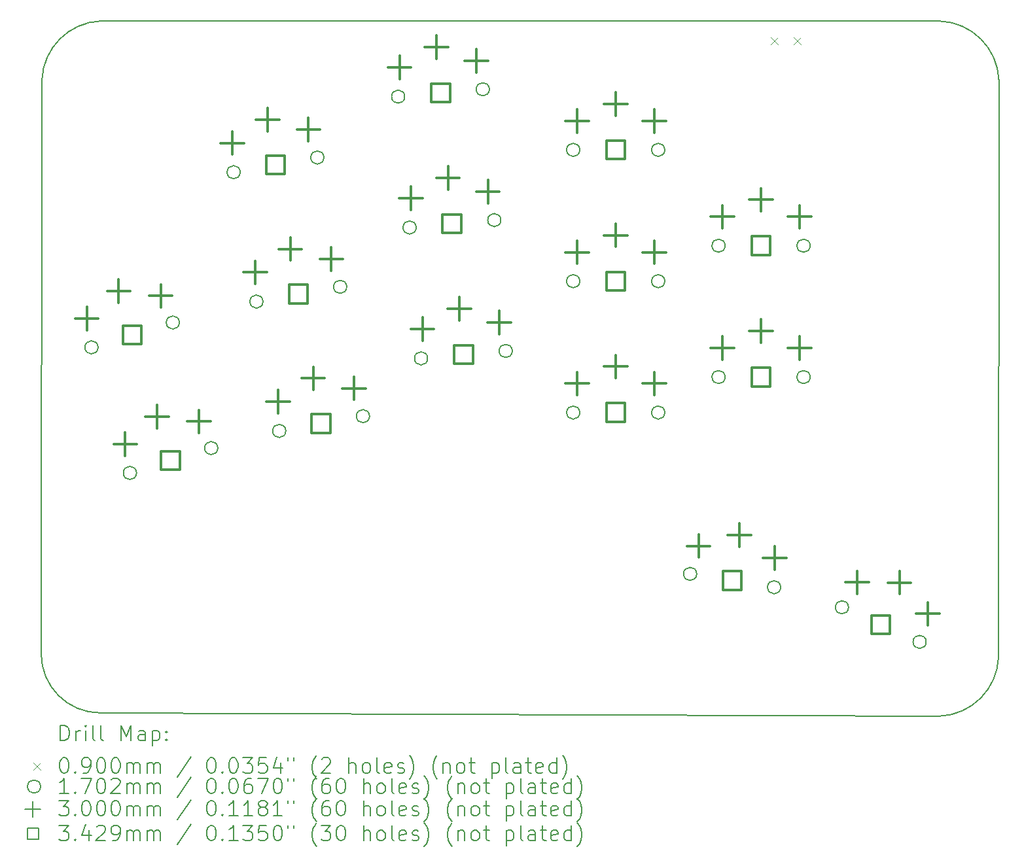
<source format=gbr>
%FSLAX45Y45*%
G04 Gerber Fmt 4.5, Leading zero omitted, Abs format (unit mm)*
G04 Created by KiCad (PCBNEW (6.0.4)) date 2022-05-21 01:48:03*
%MOMM*%
%LPD*%
G01*
G04 APERTURE LIST*
%TA.AperFunction,Profile*%
%ADD10C,0.150000*%
%TD*%
%ADD11C,0.200000*%
%ADD12C,0.090000*%
%ADD13C,0.170180*%
%ADD14C,0.300000*%
%ADD15C,0.342900*%
G04 APERTURE END LIST*
D10*
X15737327Y12334998D02*
X4877933Y12336481D01*
X15733479Y3338932D02*
G75*
G03*
X16494826Y4100933I-32949J794268D01*
G01*
X4116586Y11574481D02*
X4107104Y4142825D01*
X4107104Y4142825D02*
G75*
G03*
X4869104Y3380825I764981J2981D01*
G01*
X16494826Y4100933D02*
X16499327Y11573651D01*
X15733479Y3338933D02*
X4869104Y3380825D01*
X16499330Y11573651D02*
G75*
G03*
X15737327Y12334998I-794270J-32951D01*
G01*
X4877933Y12336481D02*
G75*
G03*
X4116586Y11574481I32951J-794270D01*
G01*
D11*
D12*
X13546979Y12125325D02*
X13636979Y12035325D01*
X13636979Y12125325D02*
X13546979Y12035325D01*
X13846979Y12125325D02*
X13936979Y12035325D01*
X13936979Y12125325D02*
X13846979Y12035325D01*
D13*
X4843348Y8112192D02*
G75*
G03*
X4843348Y8112192I-85090J0D01*
G01*
X4843348Y8112192D02*
G75*
G03*
X4843348Y8112192I-85090J0D01*
G01*
X5340380Y6486474D02*
G75*
G03*
X5340380Y6486474I-85090J0D01*
G01*
X5340380Y6486474D02*
G75*
G03*
X5340380Y6486474I-85090J0D01*
G01*
X5895283Y8433801D02*
G75*
G03*
X5895283Y8433801I-85090J0D01*
G01*
X5895283Y8433801D02*
G75*
G03*
X5895283Y8433801I-85090J0D01*
G01*
X6392315Y6808083D02*
G75*
G03*
X6392315Y6808083I-85090J0D01*
G01*
X6392315Y6808083D02*
G75*
G03*
X6392315Y6808083I-85090J0D01*
G01*
X6682157Y10379000D02*
G75*
G03*
X6682157Y10379000I-85090J0D01*
G01*
X6682157Y10379000D02*
G75*
G03*
X6682157Y10379000I-85090J0D01*
G01*
X6977359Y8704827D02*
G75*
G03*
X6977359Y8704827I-85090J0D01*
G01*
X6977359Y8704827D02*
G75*
G03*
X6977359Y8704827I-85090J0D01*
G01*
X7272560Y7030654D02*
G75*
G03*
X7272560Y7030654I-85090J0D01*
G01*
X7272560Y7030654D02*
G75*
G03*
X7272560Y7030654I-85090J0D01*
G01*
X7765445Y10570013D02*
G75*
G03*
X7765445Y10570013I-85090J0D01*
G01*
X7765445Y10570013D02*
G75*
G03*
X7765445Y10570013I-85090J0D01*
G01*
X8060647Y8895840D02*
G75*
G03*
X8060647Y8895840I-85090J0D01*
G01*
X8060647Y8895840D02*
G75*
G03*
X8060647Y8895840I-85090J0D01*
G01*
X8355849Y7221667D02*
G75*
G03*
X8355849Y7221667I-85090J0D01*
G01*
X8355849Y7221667D02*
G75*
G03*
X8355849Y7221667I-85090J0D01*
G01*
X8811183Y11357012D02*
G75*
G03*
X8811183Y11357012I-85090J0D01*
G01*
X8811183Y11357012D02*
G75*
G03*
X8811183Y11357012I-85090J0D01*
G01*
X8959347Y9663481D02*
G75*
G03*
X8959347Y9663481I-85090J0D01*
G01*
X8959347Y9663481D02*
G75*
G03*
X8959347Y9663481I-85090J0D01*
G01*
X9107512Y7969950D02*
G75*
G03*
X9107512Y7969950I-85090J0D01*
G01*
X9107512Y7969950D02*
G75*
G03*
X9107512Y7969950I-85090J0D01*
G01*
X9906997Y11452883D02*
G75*
G03*
X9906997Y11452883I-85090J0D01*
G01*
X9906997Y11452883D02*
G75*
G03*
X9906997Y11452883I-85090J0D01*
G01*
X10055161Y9759352D02*
G75*
G03*
X10055161Y9759352I-85090J0D01*
G01*
X10055161Y9759352D02*
G75*
G03*
X10055161Y9759352I-85090J0D01*
G01*
X10203326Y8065821D02*
G75*
G03*
X10203326Y8065821I-85090J0D01*
G01*
X10203326Y8065821D02*
G75*
G03*
X10203326Y8065821I-85090J0D01*
G01*
X11076199Y10668602D02*
G75*
G03*
X11076199Y10668602I-85090J0D01*
G01*
X11076199Y10668602D02*
G75*
G03*
X11076199Y10668602I-85090J0D01*
G01*
X11076199Y8968602D02*
G75*
G03*
X11076199Y8968602I-85090J0D01*
G01*
X11076199Y8968602D02*
G75*
G03*
X11076199Y8968602I-85090J0D01*
G01*
X11076199Y7268602D02*
G75*
G03*
X11076199Y7268602I-85090J0D01*
G01*
X11076199Y7268602D02*
G75*
G03*
X11076199Y7268602I-85090J0D01*
G01*
X12176199Y10668602D02*
G75*
G03*
X12176199Y10668602I-85090J0D01*
G01*
X12176199Y10668602D02*
G75*
G03*
X12176199Y10668602I-85090J0D01*
G01*
X12176199Y8968602D02*
G75*
G03*
X12176199Y8968602I-85090J0D01*
G01*
X12176199Y8968602D02*
G75*
G03*
X12176199Y8968602I-85090J0D01*
G01*
X12176199Y7268602D02*
G75*
G03*
X12176199Y7268602I-85090J0D01*
G01*
X12176199Y7268602D02*
G75*
G03*
X12176199Y7268602I-85090J0D01*
G01*
X12589473Y5179740D02*
G75*
G03*
X12589473Y5179740I-85090J0D01*
G01*
X12589473Y5179740D02*
G75*
G03*
X12589473Y5179740I-85090J0D01*
G01*
X12956918Y9427885D02*
G75*
G03*
X12956918Y9427885I-85090J0D01*
G01*
X12956918Y9427885D02*
G75*
G03*
X12956918Y9427885I-85090J0D01*
G01*
X12956918Y7727885D02*
G75*
G03*
X12956918Y7727885I-85090J0D01*
G01*
X12956918Y7727885D02*
G75*
G03*
X12956918Y7727885I-85090J0D01*
G01*
X13675930Y5007662D02*
G75*
G03*
X13675930Y5007662I-85090J0D01*
G01*
X13675930Y5007662D02*
G75*
G03*
X13675930Y5007662I-85090J0D01*
G01*
X14056918Y9427885D02*
G75*
G03*
X14056918Y9427885I-85090J0D01*
G01*
X14056918Y9427885D02*
G75*
G03*
X14056918Y9427885I-85090J0D01*
G01*
X14056918Y7727885D02*
G75*
G03*
X14056918Y7727885I-85090J0D01*
G01*
X14056918Y7727885D02*
G75*
G03*
X14056918Y7727885I-85090J0D01*
G01*
X14554119Y4747531D02*
G75*
G03*
X14554119Y4747531I-85090J0D01*
G01*
X14554119Y4747531D02*
G75*
G03*
X14554119Y4747531I-85090J0D01*
G01*
X15559019Y4300120D02*
G75*
G03*
X15559019Y4300120I-85090J0D01*
G01*
X15559019Y4300120D02*
G75*
G03*
X15559019Y4300120I-85090J0D01*
G01*
D14*
X4696434Y8635425D02*
X4696434Y8335425D01*
X4546434Y8485425D02*
X4846434Y8485425D01*
X5110265Y8991998D02*
X5110265Y8691998D01*
X4960265Y8841998D02*
X5260265Y8841998D01*
X5110265Y8991998D02*
X5110265Y8691998D01*
X4960265Y8841998D02*
X5260265Y8841998D01*
X5193466Y7009707D02*
X5193466Y6709707D01*
X5043466Y6859707D02*
X5343466Y6859707D01*
X5607297Y7366279D02*
X5607297Y7066279D01*
X5457297Y7216279D02*
X5757297Y7216279D01*
X5607297Y7366279D02*
X5607297Y7066279D01*
X5457297Y7216279D02*
X5757297Y7216279D01*
X5652739Y8927796D02*
X5652739Y8627796D01*
X5502739Y8777796D02*
X5802739Y8777796D01*
X6149771Y7302078D02*
X6149771Y7002078D01*
X5999771Y7152078D02*
X6299771Y7152078D01*
X6581189Y10906986D02*
X6581189Y10606986D01*
X6431189Y10756986D02*
X6731189Y10756986D01*
X6876391Y9232812D02*
X6876391Y8932812D01*
X6726391Y9082812D02*
X7026391Y9082812D01*
X7035390Y11210467D02*
X7035390Y10910467D01*
X6885390Y11060467D02*
X7185390Y11060467D01*
X7035390Y11210467D02*
X7035390Y10910467D01*
X6885390Y11060467D02*
X7185390Y11060467D01*
X7171593Y7558639D02*
X7171593Y7258639D01*
X7021593Y7408639D02*
X7321593Y7408639D01*
X7330592Y9536294D02*
X7330592Y9236294D01*
X7180592Y9386294D02*
X7480592Y9386294D01*
X7330592Y9536294D02*
X7330592Y9236294D01*
X7180592Y9386294D02*
X7480592Y9386294D01*
X7565997Y11080634D02*
X7565997Y10780634D01*
X7415997Y10930634D02*
X7715997Y10930634D01*
X7625794Y7862121D02*
X7625794Y7562121D01*
X7475794Y7712121D02*
X7775794Y7712121D01*
X7625794Y7862121D02*
X7625794Y7562121D01*
X7475794Y7712121D02*
X7775794Y7712121D01*
X7861199Y9406461D02*
X7861199Y9106461D01*
X7711199Y9256461D02*
X8011199Y9256461D01*
X8156401Y7732287D02*
X8156401Y7432287D01*
X8006401Y7582287D02*
X8306401Y7582287D01*
X8743219Y11884943D02*
X8743219Y11584943D01*
X8593219Y11734943D02*
X8893219Y11734943D01*
X8891384Y10191412D02*
X8891384Y9891412D01*
X8741384Y10041412D02*
X9041384Y10041412D01*
X9039548Y8497881D02*
X9039548Y8197881D01*
X8889548Y8347881D02*
X9189548Y8347881D01*
X9222142Y12147683D02*
X9222142Y11847683D01*
X9072142Y11997683D02*
X9372142Y11997683D01*
X9222142Y12147683D02*
X9222142Y11847683D01*
X9072142Y11997683D02*
X9372142Y11997683D01*
X9370307Y10454153D02*
X9370307Y10154153D01*
X9220307Y10304153D02*
X9520307Y10304153D01*
X9370307Y10454153D02*
X9370307Y10154153D01*
X9220307Y10304153D02*
X9520307Y10304153D01*
X9518471Y8760622D02*
X9518471Y8460622D01*
X9368471Y8610622D02*
X9668471Y8610622D01*
X9518471Y8760622D02*
X9518471Y8460622D01*
X9368471Y8610622D02*
X9668471Y8610622D01*
X9739414Y11972099D02*
X9739414Y11672099D01*
X9589414Y11822099D02*
X9889414Y11822099D01*
X9887578Y10278568D02*
X9887578Y9978568D01*
X9737578Y10128568D02*
X10037578Y10128568D01*
X10035743Y8585037D02*
X10035743Y8285037D01*
X9885743Y8435037D02*
X10185743Y8435037D01*
X11041109Y11193602D02*
X11041109Y10893602D01*
X10891109Y11043602D02*
X11191109Y11043602D01*
X11041109Y9493602D02*
X11041109Y9193602D01*
X10891109Y9343602D02*
X11191109Y9343602D01*
X11041109Y7793602D02*
X11041109Y7493602D01*
X10891109Y7643602D02*
X11191109Y7643602D01*
X11541109Y11413602D02*
X11541109Y11113602D01*
X11391109Y11263602D02*
X11691109Y11263602D01*
X11541109Y11413602D02*
X11541109Y11113602D01*
X11391109Y11263602D02*
X11691109Y11263602D01*
X11541109Y9713602D02*
X11541109Y9413602D01*
X11391109Y9563602D02*
X11691109Y9563602D01*
X11541109Y9713602D02*
X11541109Y9413602D01*
X11391109Y9563602D02*
X11691109Y9563602D01*
X11541109Y8013602D02*
X11541109Y7713602D01*
X11391109Y7863602D02*
X11691109Y7863602D01*
X11541109Y8013602D02*
X11541109Y7713602D01*
X11391109Y7863602D02*
X11691109Y7863602D01*
X12041109Y11193602D02*
X12041109Y10893602D01*
X11891109Y11043602D02*
X12191109Y11043602D01*
X12041109Y9493602D02*
X12041109Y9193602D01*
X11891109Y9343602D02*
X12191109Y9343602D01*
X12041109Y7793602D02*
X12041109Y7493602D01*
X11891109Y7643602D02*
X12191109Y7643602D01*
X12612431Y5692301D02*
X12612431Y5392301D01*
X12462431Y5542301D02*
X12762431Y5542301D01*
X12921828Y9952885D02*
X12921828Y9652885D01*
X12771828Y9802885D02*
X13071828Y9802885D01*
X12921828Y8252885D02*
X12921828Y7952885D01*
X12771828Y8102885D02*
X13071828Y8102885D01*
X13140690Y5831375D02*
X13140690Y5531376D01*
X12990690Y5681375D02*
X13290690Y5681375D01*
X13140690Y5831375D02*
X13140690Y5531376D01*
X12990690Y5681375D02*
X13290690Y5681375D01*
X13421828Y10172885D02*
X13421828Y9872885D01*
X13271828Y10022885D02*
X13571828Y10022885D01*
X13421828Y10172885D02*
X13421828Y9872885D01*
X13271828Y10022885D02*
X13571828Y10022885D01*
X13421828Y8472885D02*
X13421828Y8172885D01*
X13271828Y8322885D02*
X13571828Y8322885D01*
X13421828Y8472885D02*
X13421828Y8172885D01*
X13271828Y8322885D02*
X13571828Y8322885D01*
X13600119Y5535867D02*
X13600119Y5235867D01*
X13450119Y5385867D02*
X13750119Y5385867D01*
X13921828Y9952885D02*
X13921828Y9652885D01*
X13771828Y9802885D02*
X14071828Y9802885D01*
X13921828Y8252885D02*
X13921828Y7952885D01*
X13771828Y8102885D02*
X14071828Y8102885D01*
X14667233Y5219773D02*
X14667233Y4919773D01*
X14517233Y5069773D02*
X14817233Y5069773D01*
X15213487Y5217385D02*
X15213487Y4917385D01*
X15063487Y5067385D02*
X15363487Y5067385D01*
X15213487Y5217385D02*
X15213487Y4917385D01*
X15063487Y5067385D02*
X15363487Y5067385D01*
X15580778Y4813037D02*
X15580778Y4513037D01*
X15430778Y4663037D02*
X15730778Y4663037D01*
D15*
X5405461Y8151762D02*
X5405461Y8394231D01*
X5162991Y8394231D01*
X5162991Y8151762D01*
X5405461Y8151762D01*
X5405461Y8151762D02*
X5405461Y8394231D01*
X5162991Y8394231D01*
X5162991Y8151762D01*
X5405461Y8151762D01*
X5902492Y6526044D02*
X5902492Y6768513D01*
X5660023Y6768513D01*
X5660023Y6526044D01*
X5902492Y6526044D01*
X5902492Y6526044D02*
X5902492Y6768513D01*
X5660023Y6768513D01*
X5660023Y6526044D01*
X5902492Y6526044D01*
X7259946Y10353272D02*
X7259946Y10595741D01*
X7017476Y10595741D01*
X7017476Y10353272D01*
X7259946Y10353272D01*
X7259946Y10353272D02*
X7259946Y10595741D01*
X7017476Y10595741D01*
X7017476Y10353272D01*
X7259946Y10353272D01*
X7555147Y8679099D02*
X7555147Y8921568D01*
X7312678Y8921568D01*
X7312678Y8679099D01*
X7555147Y8679099D01*
X7555147Y8679099D02*
X7555147Y8921568D01*
X7312678Y8921568D01*
X7312678Y8679099D01*
X7555147Y8679099D01*
X7850349Y7004926D02*
X7850349Y7247395D01*
X7607880Y7247395D01*
X7607880Y7004926D01*
X7850349Y7004926D01*
X7850349Y7004926D02*
X7850349Y7247395D01*
X7607880Y7247395D01*
X7607880Y7004926D01*
X7850349Y7004926D01*
X9395234Y11283713D02*
X9395234Y11526182D01*
X9152765Y11526182D01*
X9152765Y11283713D01*
X9395234Y11283713D01*
X9395234Y11283713D02*
X9395234Y11526182D01*
X9152765Y11526182D01*
X9152765Y11283713D01*
X9395234Y11283713D01*
X9543399Y9590182D02*
X9543399Y9832651D01*
X9300930Y9832651D01*
X9300930Y9590182D01*
X9543399Y9590182D01*
X9543399Y9590182D02*
X9543399Y9832651D01*
X9300930Y9832651D01*
X9300930Y9590182D01*
X9543399Y9590182D01*
X9691564Y7896651D02*
X9691564Y8139120D01*
X9449095Y8139120D01*
X9449095Y7896651D01*
X9691564Y7896651D01*
X9691564Y7896651D02*
X9691564Y8139120D01*
X9449095Y8139120D01*
X9449095Y7896651D01*
X9691564Y7896651D01*
X11662343Y10547367D02*
X11662343Y10789836D01*
X11419874Y10789836D01*
X11419874Y10547367D01*
X11662343Y10547367D01*
X11662343Y10547367D02*
X11662343Y10789836D01*
X11419874Y10789836D01*
X11419874Y10547367D01*
X11662343Y10547367D01*
X11662343Y8847367D02*
X11662343Y9089836D01*
X11419874Y9089836D01*
X11419874Y8847367D01*
X11662343Y8847367D01*
X11662343Y8847367D02*
X11662343Y9089836D01*
X11419874Y9089836D01*
X11419874Y8847367D01*
X11662343Y8847367D01*
X11662343Y7147367D02*
X11662343Y7389836D01*
X11419874Y7389836D01*
X11419874Y7147367D01*
X11662343Y7147367D01*
X11662343Y7147367D02*
X11662343Y7389836D01*
X11419874Y7389836D01*
X11419874Y7147367D01*
X11662343Y7147367D01*
X13168846Y4972466D02*
X13168846Y5214936D01*
X12926377Y5214936D01*
X12926377Y4972466D01*
X13168846Y4972466D01*
X13168846Y4972466D02*
X13168846Y5214936D01*
X12926377Y5214936D01*
X12926377Y4972466D01*
X13168846Y4972466D01*
X13543063Y9306651D02*
X13543063Y9549120D01*
X13300593Y9549120D01*
X13300593Y9306651D01*
X13543063Y9306651D01*
X13543063Y9306651D02*
X13543063Y9549120D01*
X13300593Y9549120D01*
X13300593Y9306651D01*
X13543063Y9306651D01*
X13543063Y7606651D02*
X13543063Y7849120D01*
X13300593Y7849120D01*
X13300593Y7606651D01*
X13543063Y7606651D01*
X13543063Y7606651D02*
X13543063Y7849120D01*
X13300593Y7849120D01*
X13300593Y7606651D01*
X13543063Y7606651D01*
X15092714Y4402591D02*
X15092714Y4645060D01*
X14850244Y4645060D01*
X14850244Y4402591D01*
X15092714Y4402591D01*
X15092714Y4402591D02*
X15092714Y4645060D01*
X14850244Y4645060D01*
X14850244Y4402591D01*
X15092714Y4402591D01*
D11*
X4357223Y3020957D02*
X4357223Y3220957D01*
X4404842Y3220957D01*
X4433414Y3211433D01*
X4452461Y3192385D01*
X4461985Y3173338D01*
X4471509Y3135243D01*
X4471509Y3106671D01*
X4461985Y3068576D01*
X4452461Y3049528D01*
X4433414Y3030481D01*
X4404842Y3020957D01*
X4357223Y3020957D01*
X4557223Y3020957D02*
X4557223Y3154290D01*
X4557223Y3116195D02*
X4566747Y3135243D01*
X4576271Y3144766D01*
X4595318Y3154290D01*
X4614366Y3154290D01*
X4681033Y3020957D02*
X4681033Y3154290D01*
X4681033Y3220957D02*
X4671509Y3211433D01*
X4681033Y3201909D01*
X4690556Y3211433D01*
X4681033Y3220957D01*
X4681033Y3201909D01*
X4804842Y3020957D02*
X4785795Y3030481D01*
X4776271Y3049528D01*
X4776271Y3220957D01*
X4909604Y3020957D02*
X4890556Y3030481D01*
X4881033Y3049528D01*
X4881033Y3220957D01*
X5138176Y3020957D02*
X5138176Y3220957D01*
X5204842Y3078100D01*
X5271509Y3220957D01*
X5271509Y3020957D01*
X5452461Y3020957D02*
X5452461Y3125719D01*
X5442937Y3144766D01*
X5423890Y3154290D01*
X5385795Y3154290D01*
X5366747Y3144766D01*
X5452461Y3030481D02*
X5433414Y3020957D01*
X5385795Y3020957D01*
X5366747Y3030481D01*
X5357223Y3049528D01*
X5357223Y3068576D01*
X5366747Y3087624D01*
X5385795Y3097147D01*
X5433414Y3097147D01*
X5452461Y3106671D01*
X5547699Y3154290D02*
X5547699Y2954290D01*
X5547699Y3144766D02*
X5566747Y3154290D01*
X5604842Y3154290D01*
X5623890Y3144766D01*
X5633414Y3135243D01*
X5642937Y3116195D01*
X5642937Y3059052D01*
X5633414Y3040005D01*
X5623890Y3030481D01*
X5604842Y3020957D01*
X5566747Y3020957D01*
X5547699Y3030481D01*
X5728652Y3040005D02*
X5738175Y3030481D01*
X5728652Y3020957D01*
X5719128Y3030481D01*
X5728652Y3040005D01*
X5728652Y3020957D01*
X5728652Y3144766D02*
X5738175Y3135243D01*
X5728652Y3125719D01*
X5719128Y3135243D01*
X5728652Y3144766D01*
X5728652Y3125719D01*
D12*
X4009604Y2736433D02*
X4099604Y2646433D01*
X4099604Y2736433D02*
X4009604Y2646433D01*
D11*
X4395318Y2800957D02*
X4414366Y2800957D01*
X4433414Y2791433D01*
X4442937Y2781909D01*
X4452461Y2762862D01*
X4461985Y2724767D01*
X4461985Y2677147D01*
X4452461Y2639052D01*
X4442937Y2620005D01*
X4433414Y2610481D01*
X4414366Y2600957D01*
X4395318Y2600957D01*
X4376271Y2610481D01*
X4366747Y2620005D01*
X4357223Y2639052D01*
X4347699Y2677147D01*
X4347699Y2724767D01*
X4357223Y2762862D01*
X4366747Y2781909D01*
X4376271Y2791433D01*
X4395318Y2800957D01*
X4547699Y2620005D02*
X4557223Y2610481D01*
X4547699Y2600957D01*
X4538176Y2610481D01*
X4547699Y2620005D01*
X4547699Y2600957D01*
X4652461Y2600957D02*
X4690556Y2600957D01*
X4709604Y2610481D01*
X4719128Y2620005D01*
X4738176Y2648576D01*
X4747699Y2686671D01*
X4747699Y2762862D01*
X4738176Y2781909D01*
X4728652Y2791433D01*
X4709604Y2800957D01*
X4671509Y2800957D01*
X4652461Y2791433D01*
X4642937Y2781909D01*
X4633414Y2762862D01*
X4633414Y2715243D01*
X4642937Y2696195D01*
X4652461Y2686671D01*
X4671509Y2677147D01*
X4709604Y2677147D01*
X4728652Y2686671D01*
X4738176Y2696195D01*
X4747699Y2715243D01*
X4871509Y2800957D02*
X4890556Y2800957D01*
X4909604Y2791433D01*
X4919128Y2781909D01*
X4928652Y2762862D01*
X4938176Y2724767D01*
X4938176Y2677147D01*
X4928652Y2639052D01*
X4919128Y2620005D01*
X4909604Y2610481D01*
X4890556Y2600957D01*
X4871509Y2600957D01*
X4852461Y2610481D01*
X4842937Y2620005D01*
X4833414Y2639052D01*
X4823890Y2677147D01*
X4823890Y2724767D01*
X4833414Y2762862D01*
X4842937Y2781909D01*
X4852461Y2791433D01*
X4871509Y2800957D01*
X5061985Y2800957D02*
X5081033Y2800957D01*
X5100080Y2791433D01*
X5109604Y2781909D01*
X5119128Y2762862D01*
X5128652Y2724767D01*
X5128652Y2677147D01*
X5119128Y2639052D01*
X5109604Y2620005D01*
X5100080Y2610481D01*
X5081033Y2600957D01*
X5061985Y2600957D01*
X5042937Y2610481D01*
X5033414Y2620005D01*
X5023890Y2639052D01*
X5014366Y2677147D01*
X5014366Y2724767D01*
X5023890Y2762862D01*
X5033414Y2781909D01*
X5042937Y2791433D01*
X5061985Y2800957D01*
X5214366Y2600957D02*
X5214366Y2734290D01*
X5214366Y2715243D02*
X5223890Y2724767D01*
X5242937Y2734290D01*
X5271509Y2734290D01*
X5290556Y2724767D01*
X5300080Y2705719D01*
X5300080Y2600957D01*
X5300080Y2705719D02*
X5309604Y2724767D01*
X5328652Y2734290D01*
X5357223Y2734290D01*
X5376271Y2724767D01*
X5385795Y2705719D01*
X5385795Y2600957D01*
X5481033Y2600957D02*
X5481033Y2734290D01*
X5481033Y2715243D02*
X5490556Y2724767D01*
X5509604Y2734290D01*
X5538176Y2734290D01*
X5557223Y2724767D01*
X5566747Y2705719D01*
X5566747Y2600957D01*
X5566747Y2705719D02*
X5576271Y2724767D01*
X5595318Y2734290D01*
X5623890Y2734290D01*
X5642937Y2724767D01*
X5652461Y2705719D01*
X5652461Y2600957D01*
X6042937Y2810481D02*
X5871509Y2553338D01*
X6300080Y2800957D02*
X6319128Y2800957D01*
X6338175Y2791433D01*
X6347699Y2781909D01*
X6357223Y2762862D01*
X6366747Y2724767D01*
X6366747Y2677147D01*
X6357223Y2639052D01*
X6347699Y2620005D01*
X6338175Y2610481D01*
X6319128Y2600957D01*
X6300080Y2600957D01*
X6281033Y2610481D01*
X6271509Y2620005D01*
X6261985Y2639052D01*
X6252461Y2677147D01*
X6252461Y2724767D01*
X6261985Y2762862D01*
X6271509Y2781909D01*
X6281033Y2791433D01*
X6300080Y2800957D01*
X6452461Y2620005D02*
X6461985Y2610481D01*
X6452461Y2600957D01*
X6442937Y2610481D01*
X6452461Y2620005D01*
X6452461Y2600957D01*
X6585794Y2800957D02*
X6604842Y2800957D01*
X6623890Y2791433D01*
X6633414Y2781909D01*
X6642937Y2762862D01*
X6652461Y2724767D01*
X6652461Y2677147D01*
X6642937Y2639052D01*
X6633414Y2620005D01*
X6623890Y2610481D01*
X6604842Y2600957D01*
X6585794Y2600957D01*
X6566747Y2610481D01*
X6557223Y2620005D01*
X6547699Y2639052D01*
X6538175Y2677147D01*
X6538175Y2724767D01*
X6547699Y2762862D01*
X6557223Y2781909D01*
X6566747Y2791433D01*
X6585794Y2800957D01*
X6719128Y2800957D02*
X6842937Y2800957D01*
X6776271Y2724767D01*
X6804842Y2724767D01*
X6823890Y2715243D01*
X6833414Y2705719D01*
X6842937Y2686671D01*
X6842937Y2639052D01*
X6833414Y2620005D01*
X6823890Y2610481D01*
X6804842Y2600957D01*
X6747699Y2600957D01*
X6728652Y2610481D01*
X6719128Y2620005D01*
X7023890Y2800957D02*
X6928652Y2800957D01*
X6919128Y2705719D01*
X6928652Y2715243D01*
X6947699Y2724767D01*
X6995318Y2724767D01*
X7014366Y2715243D01*
X7023890Y2705719D01*
X7033414Y2686671D01*
X7033414Y2639052D01*
X7023890Y2620005D01*
X7014366Y2610481D01*
X6995318Y2600957D01*
X6947699Y2600957D01*
X6928652Y2610481D01*
X6919128Y2620005D01*
X7204842Y2734290D02*
X7204842Y2600957D01*
X7157223Y2810481D02*
X7109604Y2667624D01*
X7233414Y2667624D01*
X7300080Y2800957D02*
X7300080Y2762862D01*
X7376271Y2800957D02*
X7376271Y2762862D01*
X7671509Y2524767D02*
X7661985Y2534290D01*
X7642937Y2562862D01*
X7633414Y2581909D01*
X7623890Y2610481D01*
X7614366Y2658100D01*
X7614366Y2696195D01*
X7623890Y2743814D01*
X7633414Y2772386D01*
X7642937Y2791433D01*
X7661985Y2820005D01*
X7671509Y2829528D01*
X7738175Y2781909D02*
X7747699Y2791433D01*
X7766747Y2800957D01*
X7814366Y2800957D01*
X7833414Y2791433D01*
X7842937Y2781909D01*
X7852461Y2762862D01*
X7852461Y2743814D01*
X7842937Y2715243D01*
X7728652Y2600957D01*
X7852461Y2600957D01*
X8090556Y2600957D02*
X8090556Y2800957D01*
X8176271Y2600957D02*
X8176271Y2705719D01*
X8166747Y2724767D01*
X8147699Y2734290D01*
X8119128Y2734290D01*
X8100080Y2724767D01*
X8090556Y2715243D01*
X8300080Y2600957D02*
X8281033Y2610481D01*
X8271509Y2620005D01*
X8261985Y2639052D01*
X8261985Y2696195D01*
X8271509Y2715243D01*
X8281033Y2724767D01*
X8300080Y2734290D01*
X8328652Y2734290D01*
X8347699Y2724767D01*
X8357223Y2715243D01*
X8366747Y2696195D01*
X8366747Y2639052D01*
X8357223Y2620005D01*
X8347699Y2610481D01*
X8328652Y2600957D01*
X8300080Y2600957D01*
X8481033Y2600957D02*
X8461985Y2610481D01*
X8452461Y2629528D01*
X8452461Y2800957D01*
X8633414Y2610481D02*
X8614366Y2600957D01*
X8576271Y2600957D01*
X8557223Y2610481D01*
X8547699Y2629528D01*
X8547699Y2705719D01*
X8557223Y2724767D01*
X8576271Y2734290D01*
X8614366Y2734290D01*
X8633414Y2724767D01*
X8642937Y2705719D01*
X8642937Y2686671D01*
X8547699Y2667624D01*
X8719128Y2610481D02*
X8738176Y2600957D01*
X8776271Y2600957D01*
X8795318Y2610481D01*
X8804842Y2629528D01*
X8804842Y2639052D01*
X8795318Y2658100D01*
X8776271Y2667624D01*
X8747699Y2667624D01*
X8728652Y2677147D01*
X8719128Y2696195D01*
X8719128Y2705719D01*
X8728652Y2724767D01*
X8747699Y2734290D01*
X8776271Y2734290D01*
X8795318Y2724767D01*
X8871509Y2524767D02*
X8881033Y2534290D01*
X8900080Y2562862D01*
X8909604Y2581909D01*
X8919128Y2610481D01*
X8928652Y2658100D01*
X8928652Y2696195D01*
X8919128Y2743814D01*
X8909604Y2772386D01*
X8900080Y2791433D01*
X8881033Y2820005D01*
X8871509Y2829528D01*
X9233414Y2524767D02*
X9223890Y2534290D01*
X9204842Y2562862D01*
X9195318Y2581909D01*
X9185795Y2610481D01*
X9176271Y2658100D01*
X9176271Y2696195D01*
X9185795Y2743814D01*
X9195318Y2772386D01*
X9204842Y2791433D01*
X9223890Y2820005D01*
X9233414Y2829528D01*
X9309604Y2734290D02*
X9309604Y2600957D01*
X9309604Y2715243D02*
X9319128Y2724767D01*
X9338176Y2734290D01*
X9366747Y2734290D01*
X9385795Y2724767D01*
X9395318Y2705719D01*
X9395318Y2600957D01*
X9519128Y2600957D02*
X9500080Y2610481D01*
X9490556Y2620005D01*
X9481033Y2639052D01*
X9481033Y2696195D01*
X9490556Y2715243D01*
X9500080Y2724767D01*
X9519128Y2734290D01*
X9547699Y2734290D01*
X9566747Y2724767D01*
X9576271Y2715243D01*
X9585795Y2696195D01*
X9585795Y2639052D01*
X9576271Y2620005D01*
X9566747Y2610481D01*
X9547699Y2600957D01*
X9519128Y2600957D01*
X9642937Y2734290D02*
X9719128Y2734290D01*
X9671509Y2800957D02*
X9671509Y2629528D01*
X9681033Y2610481D01*
X9700080Y2600957D01*
X9719128Y2600957D01*
X9938176Y2734290D02*
X9938176Y2534290D01*
X9938176Y2724767D02*
X9957223Y2734290D01*
X9995318Y2734290D01*
X10014366Y2724767D01*
X10023890Y2715243D01*
X10033414Y2696195D01*
X10033414Y2639052D01*
X10023890Y2620005D01*
X10014366Y2610481D01*
X9995318Y2600957D01*
X9957223Y2600957D01*
X9938176Y2610481D01*
X10147699Y2600957D02*
X10128652Y2610481D01*
X10119128Y2629528D01*
X10119128Y2800957D01*
X10309604Y2600957D02*
X10309604Y2705719D01*
X10300080Y2724767D01*
X10281033Y2734290D01*
X10242937Y2734290D01*
X10223890Y2724767D01*
X10309604Y2610481D02*
X10290556Y2600957D01*
X10242937Y2600957D01*
X10223890Y2610481D01*
X10214366Y2629528D01*
X10214366Y2648576D01*
X10223890Y2667624D01*
X10242937Y2677147D01*
X10290556Y2677147D01*
X10309604Y2686671D01*
X10376271Y2734290D02*
X10452461Y2734290D01*
X10404842Y2800957D02*
X10404842Y2629528D01*
X10414366Y2610481D01*
X10433414Y2600957D01*
X10452461Y2600957D01*
X10595318Y2610481D02*
X10576271Y2600957D01*
X10538176Y2600957D01*
X10519128Y2610481D01*
X10509604Y2629528D01*
X10509604Y2705719D01*
X10519128Y2724767D01*
X10538176Y2734290D01*
X10576271Y2734290D01*
X10595318Y2724767D01*
X10604842Y2705719D01*
X10604842Y2686671D01*
X10509604Y2667624D01*
X10776271Y2600957D02*
X10776271Y2800957D01*
X10776271Y2610481D02*
X10757223Y2600957D01*
X10719128Y2600957D01*
X10700080Y2610481D01*
X10690556Y2620005D01*
X10681033Y2639052D01*
X10681033Y2696195D01*
X10690556Y2715243D01*
X10700080Y2724767D01*
X10719128Y2734290D01*
X10757223Y2734290D01*
X10776271Y2724767D01*
X10852461Y2524767D02*
X10861985Y2534290D01*
X10881033Y2562862D01*
X10890556Y2581909D01*
X10900080Y2610481D01*
X10909604Y2658100D01*
X10909604Y2696195D01*
X10900080Y2743814D01*
X10890556Y2772386D01*
X10881033Y2791433D01*
X10861985Y2820005D01*
X10852461Y2829528D01*
D13*
X4099604Y2427433D02*
G75*
G03*
X4099604Y2427433I-85090J0D01*
G01*
D11*
X4461985Y2336957D02*
X4347699Y2336957D01*
X4404842Y2336957D02*
X4404842Y2536957D01*
X4385795Y2508386D01*
X4366747Y2489338D01*
X4347699Y2479814D01*
X4547699Y2356005D02*
X4557223Y2346481D01*
X4547699Y2336957D01*
X4538176Y2346481D01*
X4547699Y2356005D01*
X4547699Y2336957D01*
X4623890Y2536957D02*
X4757223Y2536957D01*
X4671509Y2336957D01*
X4871509Y2536957D02*
X4890556Y2536957D01*
X4909604Y2527433D01*
X4919128Y2517909D01*
X4928652Y2498862D01*
X4938176Y2460767D01*
X4938176Y2413147D01*
X4928652Y2375052D01*
X4919128Y2356005D01*
X4909604Y2346481D01*
X4890556Y2336957D01*
X4871509Y2336957D01*
X4852461Y2346481D01*
X4842937Y2356005D01*
X4833414Y2375052D01*
X4823890Y2413147D01*
X4823890Y2460767D01*
X4833414Y2498862D01*
X4842937Y2517909D01*
X4852461Y2527433D01*
X4871509Y2536957D01*
X5014366Y2517909D02*
X5023890Y2527433D01*
X5042937Y2536957D01*
X5090556Y2536957D01*
X5109604Y2527433D01*
X5119128Y2517909D01*
X5128652Y2498862D01*
X5128652Y2479814D01*
X5119128Y2451243D01*
X5004842Y2336957D01*
X5128652Y2336957D01*
X5214366Y2336957D02*
X5214366Y2470290D01*
X5214366Y2451243D02*
X5223890Y2460767D01*
X5242937Y2470290D01*
X5271509Y2470290D01*
X5290556Y2460767D01*
X5300080Y2441719D01*
X5300080Y2336957D01*
X5300080Y2441719D02*
X5309604Y2460767D01*
X5328652Y2470290D01*
X5357223Y2470290D01*
X5376271Y2460767D01*
X5385795Y2441719D01*
X5385795Y2336957D01*
X5481033Y2336957D02*
X5481033Y2470290D01*
X5481033Y2451243D02*
X5490556Y2460767D01*
X5509604Y2470290D01*
X5538176Y2470290D01*
X5557223Y2460767D01*
X5566747Y2441719D01*
X5566747Y2336957D01*
X5566747Y2441719D02*
X5576271Y2460767D01*
X5595318Y2470290D01*
X5623890Y2470290D01*
X5642937Y2460767D01*
X5652461Y2441719D01*
X5652461Y2336957D01*
X6042937Y2546481D02*
X5871509Y2289338D01*
X6300080Y2536957D02*
X6319128Y2536957D01*
X6338175Y2527433D01*
X6347699Y2517909D01*
X6357223Y2498862D01*
X6366747Y2460767D01*
X6366747Y2413147D01*
X6357223Y2375052D01*
X6347699Y2356005D01*
X6338175Y2346481D01*
X6319128Y2336957D01*
X6300080Y2336957D01*
X6281033Y2346481D01*
X6271509Y2356005D01*
X6261985Y2375052D01*
X6252461Y2413147D01*
X6252461Y2460767D01*
X6261985Y2498862D01*
X6271509Y2517909D01*
X6281033Y2527433D01*
X6300080Y2536957D01*
X6452461Y2356005D02*
X6461985Y2346481D01*
X6452461Y2336957D01*
X6442937Y2346481D01*
X6452461Y2356005D01*
X6452461Y2336957D01*
X6585794Y2536957D02*
X6604842Y2536957D01*
X6623890Y2527433D01*
X6633414Y2517909D01*
X6642937Y2498862D01*
X6652461Y2460767D01*
X6652461Y2413147D01*
X6642937Y2375052D01*
X6633414Y2356005D01*
X6623890Y2346481D01*
X6604842Y2336957D01*
X6585794Y2336957D01*
X6566747Y2346481D01*
X6557223Y2356005D01*
X6547699Y2375052D01*
X6538175Y2413147D01*
X6538175Y2460767D01*
X6547699Y2498862D01*
X6557223Y2517909D01*
X6566747Y2527433D01*
X6585794Y2536957D01*
X6823890Y2536957D02*
X6785794Y2536957D01*
X6766747Y2527433D01*
X6757223Y2517909D01*
X6738175Y2489338D01*
X6728652Y2451243D01*
X6728652Y2375052D01*
X6738175Y2356005D01*
X6747699Y2346481D01*
X6766747Y2336957D01*
X6804842Y2336957D01*
X6823890Y2346481D01*
X6833414Y2356005D01*
X6842937Y2375052D01*
X6842937Y2422671D01*
X6833414Y2441719D01*
X6823890Y2451243D01*
X6804842Y2460767D01*
X6766747Y2460767D01*
X6747699Y2451243D01*
X6738175Y2441719D01*
X6728652Y2422671D01*
X6909604Y2536957D02*
X7042937Y2536957D01*
X6957223Y2336957D01*
X7157223Y2536957D02*
X7176271Y2536957D01*
X7195318Y2527433D01*
X7204842Y2517909D01*
X7214366Y2498862D01*
X7223890Y2460767D01*
X7223890Y2413147D01*
X7214366Y2375052D01*
X7204842Y2356005D01*
X7195318Y2346481D01*
X7176271Y2336957D01*
X7157223Y2336957D01*
X7138175Y2346481D01*
X7128652Y2356005D01*
X7119128Y2375052D01*
X7109604Y2413147D01*
X7109604Y2460767D01*
X7119128Y2498862D01*
X7128652Y2517909D01*
X7138175Y2527433D01*
X7157223Y2536957D01*
X7300080Y2536957D02*
X7300080Y2498862D01*
X7376271Y2536957D02*
X7376271Y2498862D01*
X7671509Y2260767D02*
X7661985Y2270290D01*
X7642937Y2298862D01*
X7633414Y2317909D01*
X7623890Y2346481D01*
X7614366Y2394100D01*
X7614366Y2432195D01*
X7623890Y2479814D01*
X7633414Y2508386D01*
X7642937Y2527433D01*
X7661985Y2556005D01*
X7671509Y2565528D01*
X7833414Y2536957D02*
X7795318Y2536957D01*
X7776271Y2527433D01*
X7766747Y2517909D01*
X7747699Y2489338D01*
X7738175Y2451243D01*
X7738175Y2375052D01*
X7747699Y2356005D01*
X7757223Y2346481D01*
X7776271Y2336957D01*
X7814366Y2336957D01*
X7833414Y2346481D01*
X7842937Y2356005D01*
X7852461Y2375052D01*
X7852461Y2422671D01*
X7842937Y2441719D01*
X7833414Y2451243D01*
X7814366Y2460767D01*
X7776271Y2460767D01*
X7757223Y2451243D01*
X7747699Y2441719D01*
X7738175Y2422671D01*
X7976271Y2536957D02*
X7995318Y2536957D01*
X8014366Y2527433D01*
X8023890Y2517909D01*
X8033414Y2498862D01*
X8042937Y2460767D01*
X8042937Y2413147D01*
X8033414Y2375052D01*
X8023890Y2356005D01*
X8014366Y2346481D01*
X7995318Y2336957D01*
X7976271Y2336957D01*
X7957223Y2346481D01*
X7947699Y2356005D01*
X7938175Y2375052D01*
X7928652Y2413147D01*
X7928652Y2460767D01*
X7938175Y2498862D01*
X7947699Y2517909D01*
X7957223Y2527433D01*
X7976271Y2536957D01*
X8281033Y2336957D02*
X8281033Y2536957D01*
X8366747Y2336957D02*
X8366747Y2441719D01*
X8357223Y2460767D01*
X8338175Y2470290D01*
X8309604Y2470290D01*
X8290556Y2460767D01*
X8281033Y2451243D01*
X8490556Y2336957D02*
X8471509Y2346481D01*
X8461985Y2356005D01*
X8452461Y2375052D01*
X8452461Y2432195D01*
X8461985Y2451243D01*
X8471509Y2460767D01*
X8490556Y2470290D01*
X8519128Y2470290D01*
X8538176Y2460767D01*
X8547699Y2451243D01*
X8557223Y2432195D01*
X8557223Y2375052D01*
X8547699Y2356005D01*
X8538176Y2346481D01*
X8519128Y2336957D01*
X8490556Y2336957D01*
X8671509Y2336957D02*
X8652461Y2346481D01*
X8642937Y2365528D01*
X8642937Y2536957D01*
X8823890Y2346481D02*
X8804842Y2336957D01*
X8766747Y2336957D01*
X8747699Y2346481D01*
X8738176Y2365528D01*
X8738176Y2441719D01*
X8747699Y2460767D01*
X8766747Y2470290D01*
X8804842Y2470290D01*
X8823890Y2460767D01*
X8833414Y2441719D01*
X8833414Y2422671D01*
X8738176Y2403624D01*
X8909604Y2346481D02*
X8928652Y2336957D01*
X8966747Y2336957D01*
X8985795Y2346481D01*
X8995318Y2365528D01*
X8995318Y2375052D01*
X8985795Y2394100D01*
X8966747Y2403624D01*
X8938176Y2403624D01*
X8919128Y2413147D01*
X8909604Y2432195D01*
X8909604Y2441719D01*
X8919128Y2460767D01*
X8938176Y2470290D01*
X8966747Y2470290D01*
X8985795Y2460767D01*
X9061985Y2260767D02*
X9071509Y2270290D01*
X9090556Y2298862D01*
X9100080Y2317909D01*
X9109604Y2346481D01*
X9119128Y2394100D01*
X9119128Y2432195D01*
X9109604Y2479814D01*
X9100080Y2508386D01*
X9090556Y2527433D01*
X9071509Y2556005D01*
X9061985Y2565528D01*
X9423890Y2260767D02*
X9414366Y2270290D01*
X9395318Y2298862D01*
X9385795Y2317909D01*
X9376271Y2346481D01*
X9366747Y2394100D01*
X9366747Y2432195D01*
X9376271Y2479814D01*
X9385795Y2508386D01*
X9395318Y2527433D01*
X9414366Y2556005D01*
X9423890Y2565528D01*
X9500080Y2470290D02*
X9500080Y2336957D01*
X9500080Y2451243D02*
X9509604Y2460767D01*
X9528652Y2470290D01*
X9557223Y2470290D01*
X9576271Y2460767D01*
X9585795Y2441719D01*
X9585795Y2336957D01*
X9709604Y2336957D02*
X9690556Y2346481D01*
X9681033Y2356005D01*
X9671509Y2375052D01*
X9671509Y2432195D01*
X9681033Y2451243D01*
X9690556Y2460767D01*
X9709604Y2470290D01*
X9738176Y2470290D01*
X9757223Y2460767D01*
X9766747Y2451243D01*
X9776271Y2432195D01*
X9776271Y2375052D01*
X9766747Y2356005D01*
X9757223Y2346481D01*
X9738176Y2336957D01*
X9709604Y2336957D01*
X9833414Y2470290D02*
X9909604Y2470290D01*
X9861985Y2536957D02*
X9861985Y2365528D01*
X9871509Y2346481D01*
X9890556Y2336957D01*
X9909604Y2336957D01*
X10128652Y2470290D02*
X10128652Y2270290D01*
X10128652Y2460767D02*
X10147699Y2470290D01*
X10185795Y2470290D01*
X10204842Y2460767D01*
X10214366Y2451243D01*
X10223890Y2432195D01*
X10223890Y2375052D01*
X10214366Y2356005D01*
X10204842Y2346481D01*
X10185795Y2336957D01*
X10147699Y2336957D01*
X10128652Y2346481D01*
X10338176Y2336957D02*
X10319128Y2346481D01*
X10309604Y2365528D01*
X10309604Y2536957D01*
X10500080Y2336957D02*
X10500080Y2441719D01*
X10490556Y2460767D01*
X10471509Y2470290D01*
X10433414Y2470290D01*
X10414366Y2460767D01*
X10500080Y2346481D02*
X10481033Y2336957D01*
X10433414Y2336957D01*
X10414366Y2346481D01*
X10404842Y2365528D01*
X10404842Y2384576D01*
X10414366Y2403624D01*
X10433414Y2413147D01*
X10481033Y2413147D01*
X10500080Y2422671D01*
X10566747Y2470290D02*
X10642937Y2470290D01*
X10595318Y2536957D02*
X10595318Y2365528D01*
X10604842Y2346481D01*
X10623890Y2336957D01*
X10642937Y2336957D01*
X10785795Y2346481D02*
X10766747Y2336957D01*
X10728652Y2336957D01*
X10709604Y2346481D01*
X10700080Y2365528D01*
X10700080Y2441719D01*
X10709604Y2460767D01*
X10728652Y2470290D01*
X10766747Y2470290D01*
X10785795Y2460767D01*
X10795318Y2441719D01*
X10795318Y2422671D01*
X10700080Y2403624D01*
X10966747Y2336957D02*
X10966747Y2536957D01*
X10966747Y2346481D02*
X10947699Y2336957D01*
X10909604Y2336957D01*
X10890556Y2346481D01*
X10881033Y2356005D01*
X10871509Y2375052D01*
X10871509Y2432195D01*
X10881033Y2451243D01*
X10890556Y2460767D01*
X10909604Y2470290D01*
X10947699Y2470290D01*
X10966747Y2460767D01*
X11042937Y2260767D02*
X11052461Y2270290D01*
X11071509Y2298862D01*
X11081033Y2317909D01*
X11090556Y2346481D01*
X11100080Y2394100D01*
X11100080Y2432195D01*
X11090556Y2479814D01*
X11081033Y2508386D01*
X11071509Y2527433D01*
X11052461Y2556005D01*
X11042937Y2565528D01*
X3999604Y2237253D02*
X3999604Y2037253D01*
X3899604Y2137253D02*
X4099604Y2137253D01*
X4338176Y2246777D02*
X4461985Y2246777D01*
X4395318Y2170587D01*
X4423890Y2170587D01*
X4442937Y2161063D01*
X4452461Y2151539D01*
X4461985Y2132491D01*
X4461985Y2084872D01*
X4452461Y2065825D01*
X4442937Y2056301D01*
X4423890Y2046777D01*
X4366747Y2046777D01*
X4347699Y2056301D01*
X4338176Y2065825D01*
X4547699Y2065825D02*
X4557223Y2056301D01*
X4547699Y2046777D01*
X4538176Y2056301D01*
X4547699Y2065825D01*
X4547699Y2046777D01*
X4681033Y2246777D02*
X4700080Y2246777D01*
X4719128Y2237253D01*
X4728652Y2227729D01*
X4738176Y2208682D01*
X4747699Y2170587D01*
X4747699Y2122967D01*
X4738176Y2084872D01*
X4728652Y2065825D01*
X4719128Y2056301D01*
X4700080Y2046777D01*
X4681033Y2046777D01*
X4661985Y2056301D01*
X4652461Y2065825D01*
X4642937Y2084872D01*
X4633414Y2122967D01*
X4633414Y2170587D01*
X4642937Y2208682D01*
X4652461Y2227729D01*
X4661985Y2237253D01*
X4681033Y2246777D01*
X4871509Y2246777D02*
X4890556Y2246777D01*
X4909604Y2237253D01*
X4919128Y2227729D01*
X4928652Y2208682D01*
X4938176Y2170587D01*
X4938176Y2122967D01*
X4928652Y2084872D01*
X4919128Y2065825D01*
X4909604Y2056301D01*
X4890556Y2046777D01*
X4871509Y2046777D01*
X4852461Y2056301D01*
X4842937Y2065825D01*
X4833414Y2084872D01*
X4823890Y2122967D01*
X4823890Y2170587D01*
X4833414Y2208682D01*
X4842937Y2227729D01*
X4852461Y2237253D01*
X4871509Y2246777D01*
X5061985Y2246777D02*
X5081033Y2246777D01*
X5100080Y2237253D01*
X5109604Y2227729D01*
X5119128Y2208682D01*
X5128652Y2170587D01*
X5128652Y2122967D01*
X5119128Y2084872D01*
X5109604Y2065825D01*
X5100080Y2056301D01*
X5081033Y2046777D01*
X5061985Y2046777D01*
X5042937Y2056301D01*
X5033414Y2065825D01*
X5023890Y2084872D01*
X5014366Y2122967D01*
X5014366Y2170587D01*
X5023890Y2208682D01*
X5033414Y2227729D01*
X5042937Y2237253D01*
X5061985Y2246777D01*
X5214366Y2046777D02*
X5214366Y2180110D01*
X5214366Y2161063D02*
X5223890Y2170587D01*
X5242937Y2180110D01*
X5271509Y2180110D01*
X5290556Y2170587D01*
X5300080Y2151539D01*
X5300080Y2046777D01*
X5300080Y2151539D02*
X5309604Y2170587D01*
X5328652Y2180110D01*
X5357223Y2180110D01*
X5376271Y2170587D01*
X5385795Y2151539D01*
X5385795Y2046777D01*
X5481033Y2046777D02*
X5481033Y2180110D01*
X5481033Y2161063D02*
X5490556Y2170587D01*
X5509604Y2180110D01*
X5538176Y2180110D01*
X5557223Y2170587D01*
X5566747Y2151539D01*
X5566747Y2046777D01*
X5566747Y2151539D02*
X5576271Y2170587D01*
X5595318Y2180110D01*
X5623890Y2180110D01*
X5642937Y2170587D01*
X5652461Y2151539D01*
X5652461Y2046777D01*
X6042937Y2256301D02*
X5871509Y1999158D01*
X6300080Y2246777D02*
X6319128Y2246777D01*
X6338175Y2237253D01*
X6347699Y2227729D01*
X6357223Y2208682D01*
X6366747Y2170587D01*
X6366747Y2122967D01*
X6357223Y2084872D01*
X6347699Y2065825D01*
X6338175Y2056301D01*
X6319128Y2046777D01*
X6300080Y2046777D01*
X6281033Y2056301D01*
X6271509Y2065825D01*
X6261985Y2084872D01*
X6252461Y2122967D01*
X6252461Y2170587D01*
X6261985Y2208682D01*
X6271509Y2227729D01*
X6281033Y2237253D01*
X6300080Y2246777D01*
X6452461Y2065825D02*
X6461985Y2056301D01*
X6452461Y2046777D01*
X6442937Y2056301D01*
X6452461Y2065825D01*
X6452461Y2046777D01*
X6652461Y2046777D02*
X6538175Y2046777D01*
X6595318Y2046777D02*
X6595318Y2246777D01*
X6576271Y2218206D01*
X6557223Y2199158D01*
X6538175Y2189634D01*
X6842937Y2046777D02*
X6728652Y2046777D01*
X6785794Y2046777D02*
X6785794Y2246777D01*
X6766747Y2218206D01*
X6747699Y2199158D01*
X6728652Y2189634D01*
X6957223Y2161063D02*
X6938175Y2170587D01*
X6928652Y2180110D01*
X6919128Y2199158D01*
X6919128Y2208682D01*
X6928652Y2227729D01*
X6938175Y2237253D01*
X6957223Y2246777D01*
X6995318Y2246777D01*
X7014366Y2237253D01*
X7023890Y2227729D01*
X7033414Y2208682D01*
X7033414Y2199158D01*
X7023890Y2180110D01*
X7014366Y2170587D01*
X6995318Y2161063D01*
X6957223Y2161063D01*
X6938175Y2151539D01*
X6928652Y2142015D01*
X6919128Y2122967D01*
X6919128Y2084872D01*
X6928652Y2065825D01*
X6938175Y2056301D01*
X6957223Y2046777D01*
X6995318Y2046777D01*
X7014366Y2056301D01*
X7023890Y2065825D01*
X7033414Y2084872D01*
X7033414Y2122967D01*
X7023890Y2142015D01*
X7014366Y2151539D01*
X6995318Y2161063D01*
X7223890Y2046777D02*
X7109604Y2046777D01*
X7166747Y2046777D02*
X7166747Y2246777D01*
X7147699Y2218206D01*
X7128652Y2199158D01*
X7109604Y2189634D01*
X7300080Y2246777D02*
X7300080Y2208682D01*
X7376271Y2246777D02*
X7376271Y2208682D01*
X7671509Y1970586D02*
X7661985Y1980110D01*
X7642937Y2008682D01*
X7633414Y2027729D01*
X7623890Y2056301D01*
X7614366Y2103920D01*
X7614366Y2142015D01*
X7623890Y2189634D01*
X7633414Y2218206D01*
X7642937Y2237253D01*
X7661985Y2265825D01*
X7671509Y2275348D01*
X7833414Y2246777D02*
X7795318Y2246777D01*
X7776271Y2237253D01*
X7766747Y2227729D01*
X7747699Y2199158D01*
X7738175Y2161063D01*
X7738175Y2084872D01*
X7747699Y2065825D01*
X7757223Y2056301D01*
X7776271Y2046777D01*
X7814366Y2046777D01*
X7833414Y2056301D01*
X7842937Y2065825D01*
X7852461Y2084872D01*
X7852461Y2132491D01*
X7842937Y2151539D01*
X7833414Y2161063D01*
X7814366Y2170587D01*
X7776271Y2170587D01*
X7757223Y2161063D01*
X7747699Y2151539D01*
X7738175Y2132491D01*
X7976271Y2246777D02*
X7995318Y2246777D01*
X8014366Y2237253D01*
X8023890Y2227729D01*
X8033414Y2208682D01*
X8042937Y2170587D01*
X8042937Y2122967D01*
X8033414Y2084872D01*
X8023890Y2065825D01*
X8014366Y2056301D01*
X7995318Y2046777D01*
X7976271Y2046777D01*
X7957223Y2056301D01*
X7947699Y2065825D01*
X7938175Y2084872D01*
X7928652Y2122967D01*
X7928652Y2170587D01*
X7938175Y2208682D01*
X7947699Y2227729D01*
X7957223Y2237253D01*
X7976271Y2246777D01*
X8281033Y2046777D02*
X8281033Y2246777D01*
X8366747Y2046777D02*
X8366747Y2151539D01*
X8357223Y2170587D01*
X8338175Y2180110D01*
X8309604Y2180110D01*
X8290556Y2170587D01*
X8281033Y2161063D01*
X8490556Y2046777D02*
X8471509Y2056301D01*
X8461985Y2065825D01*
X8452461Y2084872D01*
X8452461Y2142015D01*
X8461985Y2161063D01*
X8471509Y2170587D01*
X8490556Y2180110D01*
X8519128Y2180110D01*
X8538176Y2170587D01*
X8547699Y2161063D01*
X8557223Y2142015D01*
X8557223Y2084872D01*
X8547699Y2065825D01*
X8538176Y2056301D01*
X8519128Y2046777D01*
X8490556Y2046777D01*
X8671509Y2046777D02*
X8652461Y2056301D01*
X8642937Y2075348D01*
X8642937Y2246777D01*
X8823890Y2056301D02*
X8804842Y2046777D01*
X8766747Y2046777D01*
X8747699Y2056301D01*
X8738176Y2075348D01*
X8738176Y2151539D01*
X8747699Y2170587D01*
X8766747Y2180110D01*
X8804842Y2180110D01*
X8823890Y2170587D01*
X8833414Y2151539D01*
X8833414Y2132491D01*
X8738176Y2113444D01*
X8909604Y2056301D02*
X8928652Y2046777D01*
X8966747Y2046777D01*
X8985795Y2056301D01*
X8995318Y2075348D01*
X8995318Y2084872D01*
X8985795Y2103920D01*
X8966747Y2113444D01*
X8938176Y2113444D01*
X8919128Y2122967D01*
X8909604Y2142015D01*
X8909604Y2151539D01*
X8919128Y2170587D01*
X8938176Y2180110D01*
X8966747Y2180110D01*
X8985795Y2170587D01*
X9061985Y1970586D02*
X9071509Y1980110D01*
X9090556Y2008682D01*
X9100080Y2027729D01*
X9109604Y2056301D01*
X9119128Y2103920D01*
X9119128Y2142015D01*
X9109604Y2189634D01*
X9100080Y2218206D01*
X9090556Y2237253D01*
X9071509Y2265825D01*
X9061985Y2275348D01*
X9423890Y1970586D02*
X9414366Y1980110D01*
X9395318Y2008682D01*
X9385795Y2027729D01*
X9376271Y2056301D01*
X9366747Y2103920D01*
X9366747Y2142015D01*
X9376271Y2189634D01*
X9385795Y2218206D01*
X9395318Y2237253D01*
X9414366Y2265825D01*
X9423890Y2275348D01*
X9500080Y2180110D02*
X9500080Y2046777D01*
X9500080Y2161063D02*
X9509604Y2170587D01*
X9528652Y2180110D01*
X9557223Y2180110D01*
X9576271Y2170587D01*
X9585795Y2151539D01*
X9585795Y2046777D01*
X9709604Y2046777D02*
X9690556Y2056301D01*
X9681033Y2065825D01*
X9671509Y2084872D01*
X9671509Y2142015D01*
X9681033Y2161063D01*
X9690556Y2170587D01*
X9709604Y2180110D01*
X9738176Y2180110D01*
X9757223Y2170587D01*
X9766747Y2161063D01*
X9776271Y2142015D01*
X9776271Y2084872D01*
X9766747Y2065825D01*
X9757223Y2056301D01*
X9738176Y2046777D01*
X9709604Y2046777D01*
X9833414Y2180110D02*
X9909604Y2180110D01*
X9861985Y2246777D02*
X9861985Y2075348D01*
X9871509Y2056301D01*
X9890556Y2046777D01*
X9909604Y2046777D01*
X10128652Y2180110D02*
X10128652Y1980110D01*
X10128652Y2170587D02*
X10147699Y2180110D01*
X10185795Y2180110D01*
X10204842Y2170587D01*
X10214366Y2161063D01*
X10223890Y2142015D01*
X10223890Y2084872D01*
X10214366Y2065825D01*
X10204842Y2056301D01*
X10185795Y2046777D01*
X10147699Y2046777D01*
X10128652Y2056301D01*
X10338176Y2046777D02*
X10319128Y2056301D01*
X10309604Y2075348D01*
X10309604Y2246777D01*
X10500080Y2046777D02*
X10500080Y2151539D01*
X10490556Y2170587D01*
X10471509Y2180110D01*
X10433414Y2180110D01*
X10414366Y2170587D01*
X10500080Y2056301D02*
X10481033Y2046777D01*
X10433414Y2046777D01*
X10414366Y2056301D01*
X10404842Y2075348D01*
X10404842Y2094396D01*
X10414366Y2113444D01*
X10433414Y2122967D01*
X10481033Y2122967D01*
X10500080Y2132491D01*
X10566747Y2180110D02*
X10642937Y2180110D01*
X10595318Y2246777D02*
X10595318Y2075348D01*
X10604842Y2056301D01*
X10623890Y2046777D01*
X10642937Y2046777D01*
X10785795Y2056301D02*
X10766747Y2046777D01*
X10728652Y2046777D01*
X10709604Y2056301D01*
X10700080Y2075348D01*
X10700080Y2151539D01*
X10709604Y2170587D01*
X10728652Y2180110D01*
X10766747Y2180110D01*
X10785795Y2170587D01*
X10795318Y2151539D01*
X10795318Y2132491D01*
X10700080Y2113444D01*
X10966747Y2046777D02*
X10966747Y2246777D01*
X10966747Y2056301D02*
X10947699Y2046777D01*
X10909604Y2046777D01*
X10890556Y2056301D01*
X10881033Y2065825D01*
X10871509Y2084872D01*
X10871509Y2142015D01*
X10881033Y2161063D01*
X10890556Y2170587D01*
X10909604Y2180110D01*
X10947699Y2180110D01*
X10966747Y2170587D01*
X11042937Y1970586D02*
X11052461Y1980110D01*
X11071509Y2008682D01*
X11081033Y2027729D01*
X11090556Y2056301D01*
X11100080Y2103920D01*
X11100080Y2142015D01*
X11090556Y2189634D01*
X11081033Y2218206D01*
X11071509Y2237253D01*
X11052461Y2265825D01*
X11042937Y2275348D01*
X4070315Y1746542D02*
X4070315Y1887965D01*
X3928893Y1887965D01*
X3928893Y1746542D01*
X4070315Y1746542D01*
X4338176Y1926777D02*
X4461985Y1926777D01*
X4395318Y1850586D01*
X4423890Y1850586D01*
X4442937Y1841063D01*
X4452461Y1831539D01*
X4461985Y1812491D01*
X4461985Y1764872D01*
X4452461Y1745825D01*
X4442937Y1736301D01*
X4423890Y1726777D01*
X4366747Y1726777D01*
X4347699Y1736301D01*
X4338176Y1745825D01*
X4547699Y1745825D02*
X4557223Y1736301D01*
X4547699Y1726777D01*
X4538176Y1736301D01*
X4547699Y1745825D01*
X4547699Y1726777D01*
X4728652Y1860110D02*
X4728652Y1726777D01*
X4681033Y1936301D02*
X4633414Y1793444D01*
X4757223Y1793444D01*
X4823890Y1907729D02*
X4833414Y1917253D01*
X4852461Y1926777D01*
X4900080Y1926777D01*
X4919128Y1917253D01*
X4928652Y1907729D01*
X4938176Y1888682D01*
X4938176Y1869634D01*
X4928652Y1841063D01*
X4814366Y1726777D01*
X4938176Y1726777D01*
X5033414Y1726777D02*
X5071509Y1726777D01*
X5090556Y1736301D01*
X5100080Y1745825D01*
X5119128Y1774396D01*
X5128652Y1812491D01*
X5128652Y1888682D01*
X5119128Y1907729D01*
X5109604Y1917253D01*
X5090556Y1926777D01*
X5052461Y1926777D01*
X5033414Y1917253D01*
X5023890Y1907729D01*
X5014366Y1888682D01*
X5014366Y1841063D01*
X5023890Y1822015D01*
X5033414Y1812491D01*
X5052461Y1802967D01*
X5090556Y1802967D01*
X5109604Y1812491D01*
X5119128Y1822015D01*
X5128652Y1841063D01*
X5214366Y1726777D02*
X5214366Y1860110D01*
X5214366Y1841063D02*
X5223890Y1850586D01*
X5242937Y1860110D01*
X5271509Y1860110D01*
X5290556Y1850586D01*
X5300080Y1831539D01*
X5300080Y1726777D01*
X5300080Y1831539D02*
X5309604Y1850586D01*
X5328652Y1860110D01*
X5357223Y1860110D01*
X5376271Y1850586D01*
X5385795Y1831539D01*
X5385795Y1726777D01*
X5481033Y1726777D02*
X5481033Y1860110D01*
X5481033Y1841063D02*
X5490556Y1850586D01*
X5509604Y1860110D01*
X5538176Y1860110D01*
X5557223Y1850586D01*
X5566747Y1831539D01*
X5566747Y1726777D01*
X5566747Y1831539D02*
X5576271Y1850586D01*
X5595318Y1860110D01*
X5623890Y1860110D01*
X5642937Y1850586D01*
X5652461Y1831539D01*
X5652461Y1726777D01*
X6042937Y1936301D02*
X5871509Y1679158D01*
X6300080Y1926777D02*
X6319128Y1926777D01*
X6338175Y1917253D01*
X6347699Y1907729D01*
X6357223Y1888682D01*
X6366747Y1850586D01*
X6366747Y1802967D01*
X6357223Y1764872D01*
X6347699Y1745825D01*
X6338175Y1736301D01*
X6319128Y1726777D01*
X6300080Y1726777D01*
X6281033Y1736301D01*
X6271509Y1745825D01*
X6261985Y1764872D01*
X6252461Y1802967D01*
X6252461Y1850586D01*
X6261985Y1888682D01*
X6271509Y1907729D01*
X6281033Y1917253D01*
X6300080Y1926777D01*
X6452461Y1745825D02*
X6461985Y1736301D01*
X6452461Y1726777D01*
X6442937Y1736301D01*
X6452461Y1745825D01*
X6452461Y1726777D01*
X6652461Y1726777D02*
X6538175Y1726777D01*
X6595318Y1726777D02*
X6595318Y1926777D01*
X6576271Y1898205D01*
X6557223Y1879158D01*
X6538175Y1869634D01*
X6719128Y1926777D02*
X6842937Y1926777D01*
X6776271Y1850586D01*
X6804842Y1850586D01*
X6823890Y1841063D01*
X6833414Y1831539D01*
X6842937Y1812491D01*
X6842937Y1764872D01*
X6833414Y1745825D01*
X6823890Y1736301D01*
X6804842Y1726777D01*
X6747699Y1726777D01*
X6728652Y1736301D01*
X6719128Y1745825D01*
X7023890Y1926777D02*
X6928652Y1926777D01*
X6919128Y1831539D01*
X6928652Y1841063D01*
X6947699Y1850586D01*
X6995318Y1850586D01*
X7014366Y1841063D01*
X7023890Y1831539D01*
X7033414Y1812491D01*
X7033414Y1764872D01*
X7023890Y1745825D01*
X7014366Y1736301D01*
X6995318Y1726777D01*
X6947699Y1726777D01*
X6928652Y1736301D01*
X6919128Y1745825D01*
X7157223Y1926777D02*
X7176271Y1926777D01*
X7195318Y1917253D01*
X7204842Y1907729D01*
X7214366Y1888682D01*
X7223890Y1850586D01*
X7223890Y1802967D01*
X7214366Y1764872D01*
X7204842Y1745825D01*
X7195318Y1736301D01*
X7176271Y1726777D01*
X7157223Y1726777D01*
X7138175Y1736301D01*
X7128652Y1745825D01*
X7119128Y1764872D01*
X7109604Y1802967D01*
X7109604Y1850586D01*
X7119128Y1888682D01*
X7128652Y1907729D01*
X7138175Y1917253D01*
X7157223Y1926777D01*
X7300080Y1926777D02*
X7300080Y1888682D01*
X7376271Y1926777D02*
X7376271Y1888682D01*
X7671509Y1650586D02*
X7661985Y1660110D01*
X7642937Y1688682D01*
X7633414Y1707729D01*
X7623890Y1736301D01*
X7614366Y1783920D01*
X7614366Y1822015D01*
X7623890Y1869634D01*
X7633414Y1898205D01*
X7642937Y1917253D01*
X7661985Y1945825D01*
X7671509Y1955348D01*
X7728652Y1926777D02*
X7852461Y1926777D01*
X7785794Y1850586D01*
X7814366Y1850586D01*
X7833414Y1841063D01*
X7842937Y1831539D01*
X7852461Y1812491D01*
X7852461Y1764872D01*
X7842937Y1745825D01*
X7833414Y1736301D01*
X7814366Y1726777D01*
X7757223Y1726777D01*
X7738175Y1736301D01*
X7728652Y1745825D01*
X7976271Y1926777D02*
X7995318Y1926777D01*
X8014366Y1917253D01*
X8023890Y1907729D01*
X8033414Y1888682D01*
X8042937Y1850586D01*
X8042937Y1802967D01*
X8033414Y1764872D01*
X8023890Y1745825D01*
X8014366Y1736301D01*
X7995318Y1726777D01*
X7976271Y1726777D01*
X7957223Y1736301D01*
X7947699Y1745825D01*
X7938175Y1764872D01*
X7928652Y1802967D01*
X7928652Y1850586D01*
X7938175Y1888682D01*
X7947699Y1907729D01*
X7957223Y1917253D01*
X7976271Y1926777D01*
X8281033Y1726777D02*
X8281033Y1926777D01*
X8366747Y1726777D02*
X8366747Y1831539D01*
X8357223Y1850586D01*
X8338175Y1860110D01*
X8309604Y1860110D01*
X8290556Y1850586D01*
X8281033Y1841063D01*
X8490556Y1726777D02*
X8471509Y1736301D01*
X8461985Y1745825D01*
X8452461Y1764872D01*
X8452461Y1822015D01*
X8461985Y1841063D01*
X8471509Y1850586D01*
X8490556Y1860110D01*
X8519128Y1860110D01*
X8538176Y1850586D01*
X8547699Y1841063D01*
X8557223Y1822015D01*
X8557223Y1764872D01*
X8547699Y1745825D01*
X8538176Y1736301D01*
X8519128Y1726777D01*
X8490556Y1726777D01*
X8671509Y1726777D02*
X8652461Y1736301D01*
X8642937Y1755348D01*
X8642937Y1926777D01*
X8823890Y1736301D02*
X8804842Y1726777D01*
X8766747Y1726777D01*
X8747699Y1736301D01*
X8738176Y1755348D01*
X8738176Y1831539D01*
X8747699Y1850586D01*
X8766747Y1860110D01*
X8804842Y1860110D01*
X8823890Y1850586D01*
X8833414Y1831539D01*
X8833414Y1812491D01*
X8738176Y1793444D01*
X8909604Y1736301D02*
X8928652Y1726777D01*
X8966747Y1726777D01*
X8985795Y1736301D01*
X8995318Y1755348D01*
X8995318Y1764872D01*
X8985795Y1783920D01*
X8966747Y1793444D01*
X8938176Y1793444D01*
X8919128Y1802967D01*
X8909604Y1822015D01*
X8909604Y1831539D01*
X8919128Y1850586D01*
X8938176Y1860110D01*
X8966747Y1860110D01*
X8985795Y1850586D01*
X9061985Y1650586D02*
X9071509Y1660110D01*
X9090556Y1688682D01*
X9100080Y1707729D01*
X9109604Y1736301D01*
X9119128Y1783920D01*
X9119128Y1822015D01*
X9109604Y1869634D01*
X9100080Y1898205D01*
X9090556Y1917253D01*
X9071509Y1945825D01*
X9061985Y1955348D01*
X9423890Y1650586D02*
X9414366Y1660110D01*
X9395318Y1688682D01*
X9385795Y1707729D01*
X9376271Y1736301D01*
X9366747Y1783920D01*
X9366747Y1822015D01*
X9376271Y1869634D01*
X9385795Y1898205D01*
X9395318Y1917253D01*
X9414366Y1945825D01*
X9423890Y1955348D01*
X9500080Y1860110D02*
X9500080Y1726777D01*
X9500080Y1841063D02*
X9509604Y1850586D01*
X9528652Y1860110D01*
X9557223Y1860110D01*
X9576271Y1850586D01*
X9585795Y1831539D01*
X9585795Y1726777D01*
X9709604Y1726777D02*
X9690556Y1736301D01*
X9681033Y1745825D01*
X9671509Y1764872D01*
X9671509Y1822015D01*
X9681033Y1841063D01*
X9690556Y1850586D01*
X9709604Y1860110D01*
X9738176Y1860110D01*
X9757223Y1850586D01*
X9766747Y1841063D01*
X9776271Y1822015D01*
X9776271Y1764872D01*
X9766747Y1745825D01*
X9757223Y1736301D01*
X9738176Y1726777D01*
X9709604Y1726777D01*
X9833414Y1860110D02*
X9909604Y1860110D01*
X9861985Y1926777D02*
X9861985Y1755348D01*
X9871509Y1736301D01*
X9890556Y1726777D01*
X9909604Y1726777D01*
X10128652Y1860110D02*
X10128652Y1660110D01*
X10128652Y1850586D02*
X10147699Y1860110D01*
X10185795Y1860110D01*
X10204842Y1850586D01*
X10214366Y1841063D01*
X10223890Y1822015D01*
X10223890Y1764872D01*
X10214366Y1745825D01*
X10204842Y1736301D01*
X10185795Y1726777D01*
X10147699Y1726777D01*
X10128652Y1736301D01*
X10338176Y1726777D02*
X10319128Y1736301D01*
X10309604Y1755348D01*
X10309604Y1926777D01*
X10500080Y1726777D02*
X10500080Y1831539D01*
X10490556Y1850586D01*
X10471509Y1860110D01*
X10433414Y1860110D01*
X10414366Y1850586D01*
X10500080Y1736301D02*
X10481033Y1726777D01*
X10433414Y1726777D01*
X10414366Y1736301D01*
X10404842Y1755348D01*
X10404842Y1774396D01*
X10414366Y1793444D01*
X10433414Y1802967D01*
X10481033Y1802967D01*
X10500080Y1812491D01*
X10566747Y1860110D02*
X10642937Y1860110D01*
X10595318Y1926777D02*
X10595318Y1755348D01*
X10604842Y1736301D01*
X10623890Y1726777D01*
X10642937Y1726777D01*
X10785795Y1736301D02*
X10766747Y1726777D01*
X10728652Y1726777D01*
X10709604Y1736301D01*
X10700080Y1755348D01*
X10700080Y1831539D01*
X10709604Y1850586D01*
X10728652Y1860110D01*
X10766747Y1860110D01*
X10785795Y1850586D01*
X10795318Y1831539D01*
X10795318Y1812491D01*
X10700080Y1793444D01*
X10966747Y1726777D02*
X10966747Y1926777D01*
X10966747Y1736301D02*
X10947699Y1726777D01*
X10909604Y1726777D01*
X10890556Y1736301D01*
X10881033Y1745825D01*
X10871509Y1764872D01*
X10871509Y1822015D01*
X10881033Y1841063D01*
X10890556Y1850586D01*
X10909604Y1860110D01*
X10947699Y1860110D01*
X10966747Y1850586D01*
X11042937Y1650586D02*
X11052461Y1660110D01*
X11071509Y1688682D01*
X11081033Y1707729D01*
X11090556Y1736301D01*
X11100080Y1783920D01*
X11100080Y1822015D01*
X11090556Y1869634D01*
X11081033Y1898205D01*
X11071509Y1917253D01*
X11052461Y1945825D01*
X11042937Y1955348D01*
M02*

</source>
